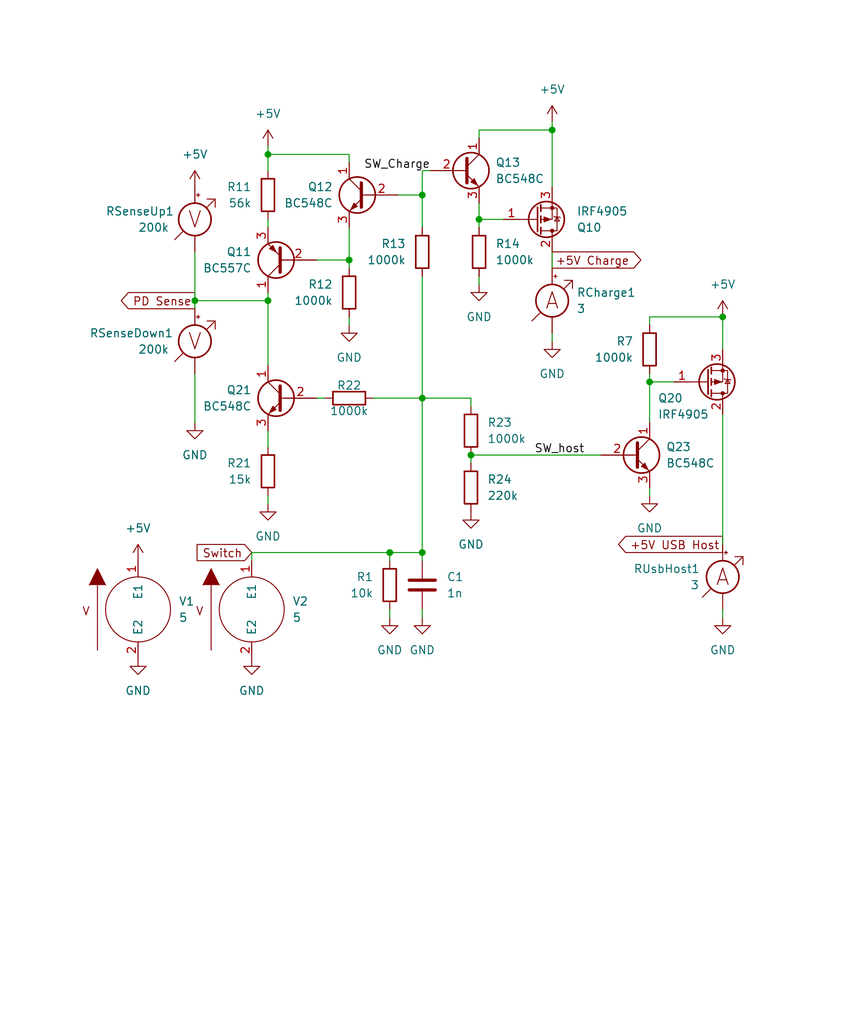
<source format=kicad_sch>
(kicad_sch (version 20211123) (generator eeschema)
  (paper "User" 132.004 160.02)
  (title_block (title "USB Host/Charging Switcher"))
  (lib_symbols
    (symbol "Device:Ammeter_DC" (pin_numbers hide) (pin_names (offset 0.0254) hide)
      (property "Reference" "MES" (at -3.302 1.016 0))
      (property "Value" "Ammeter_DC" (at -3.302 -0.762 0))
      (symbol "Ammeter_DC_0_0"
        (polyline (pts (xy -3.175 -3.175) (xy -1.905 -1.905)))
        (polyline (pts (xy 1.905 1.905) (xy 3.175 3.175)))
        (polyline (pts (xy 1.905 3.175) (xy 3.175 3.175) (xy 3.175 1.905)))
        (text "A" (at 0 0 0) (effects (font (size 2.54 2.54))))
      )
      (symbol "Ammeter_DC_0_1"
        (polyline (pts (xy 0.254 3.81) (xy 0.762 3.81)))
        (polyline (pts (xy 0.508 4.064) (xy 0.508 3.556)))
        (circle (center 0 0) (radius 2.54) (stroke (width 0.254)))
      )
      (symbol "Ammeter_DC_1_1"
        (pin passive line (at 0 -5.08 90) (length 2.54) (name "-") (number "1"))
        (pin passive line (at 0 5.08 270) (length 2.54) (name "+") (number "2"))
      )
    )
    (symbol "Device:C" (pin_numbers hide) (pin_names (offset 0.254))
      (property "Reference" "C" (at 0.635 2.54 0))
      (property "Value" "C" (at 0.635 -2.54 0))
      (symbol "C_0_1"
        (polyline (pts (xy -2.032 -0.762) (xy 2.032 -0.762)) (stroke (width 0.508)))
        (polyline (pts (xy -2.032 0.762) (xy 2.032 0.762)) (stroke (width 0.508)))
      )
      (symbol "C_1_1"
        (pin passive line (at 0 3.81 270) (length 2.794) (name "~") (number "1"))
        (pin passive line (at 0 -3.81 90) (length 2.794) (name "~") (number "2"))
      )
    )
    (symbol "Device:R" (pin_numbers hide) (pin_names (offset 0))
      (property "Reference" "R" (at 2.032 0 90))
      (property "Value" "R" (at 0 0 90))
      (symbol "R_0_1"
        (rectangle (start -1.016 -2.54) (end 1.016 2.54) (stroke (width 0.254)))
      )
      (symbol "R_1_1"
        (pin passive line (at 0 3.81 270) (length 1.27) (name "~") (number "1"))
        (pin passive line (at 0 -3.81 90) (length 1.27) (name "~") (number "2"))
      )
    )
    (symbol "Device:Voltmeter_DC" (pin_numbers hide) (pin_names (offset 0.0254) hide)
      (property "Reference" "MES" (at -3.302 1.016 0))
      (property "Value" "Voltmeter_DC" (at -3.302 -0.762 0))
      (symbol "Voltmeter_DC_0_0"
        (polyline (pts (xy -3.175 -3.175) (xy -1.905 -1.905)))
        (polyline (pts (xy 1.905 1.905) (xy 3.175 3.175)))
        (polyline (pts (xy 1.905 3.175) (xy 3.175 3.175) (xy 3.175 1.905)))
        (text "V" (at 0 0 0) (effects (font (size 2.54 2.54))))
      )
      (symbol "Voltmeter_DC_0_1"
        (polyline (pts (xy 0.254 3.81) (xy 0.762 3.81)))
        (polyline (pts (xy 0.508 4.064) (xy 0.508 3.556)))
        (circle (center 0 0) (radius 2.54) (stroke (width 0.254)))
      )
      (symbol "Voltmeter_DC_1_1"
        (pin passive line (at 0 -5.08 90) (length 2.54) (name "-") (number "1"))
        (pin passive line (at 0 5.08 270) (length 2.54) (name "+") (number "2"))
      )
    )
    (symbol "Transistor_BJT:BC546" (pin_names (offset 0) hide)
      (property "Reference" "Q" (at 5.08 1.905 0))
      (property "Value" "BC546" (at 5.08 0 0))
      (symbol "BC546_0_1"
        (polyline (pts (xy 0 0) (xy 0.635 0)))
        (polyline (pts (xy 0.635 0.635) (xy 2.54 2.54)))
        (polyline (pts (xy 0.635 -0.635) (xy 2.54 -2.54) (xy 2.54 -2.54)))
        (polyline (pts (xy 0.635 1.905) (xy 0.635 -1.905) (xy 0.635 -1.905)) (stroke (width 0.508)))
        (polyline (pts (xy 1.27 -1.778) (xy 1.778 -1.27) (xy 2.286 -2.286) (xy 1.27 -1.778) (xy 1.27 -1.778)) (fill (type outline)))
        (circle (center 1.27 0) (radius 2.8194) (stroke (width 0.254)))
      )
      (symbol "BC546_1_1"
        (pin passive line (at 2.54 5.08 270) (length 2.54) (name "C") (number "1"))
        (pin input line (at -5.08 0 0) (length 5.08) (name "B") (number "2"))
        (pin passive line (at 2.54 -5.08 90) (length 2.54) (name "E") (number "3"))
      )
    )
    (symbol "Transistor_BJT:BC557" (pin_names (offset 0) hide)
      (property "Reference" "Q" (at 5.08 1.905 0))
      (property "Value" "BC557" (at 5.08 0 0))
      (symbol "BC557_0_1"
        (polyline (pts (xy 0.635 0.635) (xy 2.54 2.54)))
        (polyline (pts (xy 0.635 -0.635) (xy 2.54 -2.54) (xy 2.54 -2.54)))
        (polyline (pts (xy 0.635 1.905) (xy 0.635 -1.905) (xy 0.635 -1.905)) (stroke (width 0.508)))
        (polyline (pts (xy 2.286 -1.778) (xy 1.778 -2.286) (xy 1.27 -1.27) (xy 2.286 -1.778) (xy 2.286 -1.778)) (fill (type outline)))
        (circle (center 1.27 0) (radius 2.8194) (stroke (width 0.254)))
      )
      (symbol "BC557_1_1"
        (pin passive line (at 2.54 5.08 270) (length 2.54) (name "C") (number "1"))
        (pin input line (at -5.08 0 0) (length 5.715) (name "B") (number "2"))
        (pin passive line (at 2.54 -5.08 90) (length 2.54) (name "E") (number "3"))
      )
    )
    (symbol "Transistor_FET:IRF4905" (pin_names hide)
      (property "Reference" "Q" (at 5.08 1.905 0))
      (property "Value" "IRF4905" (at 5.08 0 0))
      (symbol "IRF4905_0_1"
        (polyline (pts (xy 0.254 0) (xy -2.54 0)))
        (polyline (pts (xy 0.254 1.905) (xy 0.254 -1.905)) (stroke (width 0.254)))
        (polyline (pts (xy 0.762 -1.27) (xy 0.762 -2.286)) (stroke (width 0.254)))
        (polyline (pts (xy 0.762 0.508) (xy 0.762 -0.508)) (stroke (width 0.254)))
        (polyline (pts (xy 0.762 2.286) (xy 0.762 1.27)) (stroke (width 0.254)))
        (polyline (pts (xy 2.54 2.54) (xy 2.54 1.778)))
        (polyline (pts (xy 2.54 -2.54) (xy 2.54 0) (xy 0.762 0)))
        (polyline (pts (xy 0.762 1.778) (xy 3.302 1.778) (xy 3.302 -1.778) (xy 0.762 -1.778)))
        (polyline (pts (xy 2.286 0) (xy 1.27 0.381) (xy 1.27 -0.381) (xy 2.286 0)) (fill (type outline)))
        (polyline (pts (xy 2.794 -0.508) (xy 2.921 -0.381) (xy 3.683 -0.381) (xy 3.81 -0.254)))
        (polyline (pts (xy 3.302 -0.381) (xy 2.921 0.254) (xy 3.683 0.254) (xy 3.302 -0.381)))
        (circle (center 1.651 0) (radius 2.794) (stroke (width 0.254)))
        (circle (center 2.54 -1.778) (radius 0.254) (fill (type outline)))
        (circle (center 2.54 1.778) (radius 0.254) (fill (type outline)))
      )
      (symbol "IRF4905_1_1"
        (pin input line (at -5.08 0 0) (length 2.54) (name "G") (number "1"))
        (pin passive line (at 2.54 5.08 270) (length 2.54) (name "D") (number "2"))
        (pin passive line (at 2.54 -5.08 90) (length 2.54) (name "S") (number "3"))
      )
    )
    (symbol "power:+5V" (power) (pin_names (offset 0))
      (property "Value" "+5V" (at 0 3.556 0))
      (symbol "+5V_0_1"
        (polyline (pts (xy -0.762 1.27) (xy 0 2.54)))
        (polyline (pts (xy 0 0) (xy 0 2.54)))
        (polyline (pts (xy 0 2.54) (xy 0.762 1.27)))
      )
      (symbol "+5V_1_1"
        (pin power_in line (at 0 0 90) (length 0) hide (name "+5V") (number "1"))
      )
    )
    (symbol "power:GND" (power) (pin_names (offset 0))
      (property "Value" "GND" (at 0 -3.81 0))
      (symbol "GND_0_1"
        (polyline (pts (xy 0 0) (xy 0 -1.27) (xy 1.27 -1.27) (xy 0 -2.54) (xy -1.27 -1.27) (xy 0 -1.27)))
      )
      (symbol "GND_1_1"
        (pin power_in line (at 0 0 270) (length 0) hide (name "GND") (number "1"))
      )
    )
    (symbol "pspice:VSOURCE" (pin_names (offset 1.016))
      (property "Reference" "V" (at -6.35 7.62 0))
      (property "Value" "VSOURCE" (at 0 0 0))
      (symbol "VSOURCE_0_1"
        (polyline (pts (xy -6.35 -6.35) (xy -6.35 3.81)) (fill (type outline)))
        (polyline (pts (xy -7.62 3.81) (xy -6.35 6.35) (xy -5.08 3.81)) (fill (type outline)))
        (circle (center 0 0) (radius 5.08))
        (text "V" (at -8.128 -0.254 0) (effects (font (size 1.27 1.27))))
      )
      (symbol "VSOURCE_1_1"
        (pin input line (at 0 7.62 270) (length 2.54) (name "E1") (number "1"))
        (pin input line (at 0 -7.62 90) (length 2.54) (name "E2") (number "2"))
      )
    )
  )
  (junction (at 66.04 86.36))
  (junction (at 66.04 30.48))
  (junction (at 30.48 46.99))
  (junction (at 66.04 62.23))
  (junction (at 113.03 49.53))
  (junction (at 74.93 34.29))
  (junction (at 41.91 46.99))
  (junction (at 101.6 59.69))
  (junction (at 73.66 71.12))
  (junction (at 60.96 86.36))
  (junction (at 54.61 40.64))
  (junction (at 41.91 24.13))
  (junction (at 86.36 20.32))
  (wire (pts (xy 41.91 45.72) (xy 41.91 46.99)))
  (wire (pts (xy 74.93 44.45) (xy 74.93 43.18)))
  (wire (pts (xy 74.93 20.32) (xy 86.36 20.32)))
  (wire (pts (xy 41.91 34.29) (xy 41.91 35.56)))
  (wire (pts (xy 41.91 69.85) (xy 41.91 67.31)))
  (wire (pts (xy 39.37 86.36) (xy 60.96 86.36)))
  (wire (pts (xy 73.66 72.39) (xy 73.66 71.12)))
  (wire (pts (xy 86.36 19.05) (xy 86.36 20.32)))
  (wire (pts (xy 74.93 20.32) (xy 74.93 21.59)))
  (wire (pts (xy 66.04 30.48) (xy 66.04 35.56)))
  (wire (pts (xy 54.61 24.13) (xy 54.61 25.4)))
  (wire (pts (xy 78.74 34.29) (xy 74.93 34.29)))
  (wire (pts (xy 54.61 35.56) (xy 54.61 40.64)))
  (wire (pts (xy 101.6 59.69) (xy 101.6 66.04)))
  (wire (pts (xy 101.6 76.2) (xy 101.6 77.47)))
  (wire (pts (xy 101.6 59.69) (xy 105.41 59.69)))
  (wire (pts (xy 74.93 34.29) (xy 74.93 35.56)))
  (wire (pts (xy 113.03 95.25) (xy 113.03 96.52)))
  (wire (pts (xy 73.66 71.12) (xy 93.98 71.12)))
  (wire (pts (xy 39.37 87.63) (xy 39.37 86.36)))
  (wire (pts (xy 86.36 20.32) (xy 86.36 29.21)))
  (wire (pts (xy 74.93 31.75) (xy 74.93 34.29)))
  (wire (pts (xy 66.04 26.67) (xy 67.31 26.67)))
  (wire (pts (xy 49.53 62.23) (xy 50.8 62.23)))
  (wire (pts (xy 30.48 39.37) (xy 30.48 46.99)))
  (wire (pts (xy 113.03 64.77) (xy 113.03 85.09)))
  (wire (pts (xy 73.66 62.23) (xy 73.66 63.5)))
  (wire (pts (xy 41.91 78.74) (xy 41.91 77.47)))
  (wire (pts (xy 41.91 24.13) (xy 41.91 26.67)))
  (wire (pts (xy 62.23 30.48) (xy 66.04 30.48)))
  (wire (pts (xy 73.66 62.23) (xy 66.04 62.23)))
  (wire (pts (xy 101.6 58.42) (xy 101.6 59.69)))
  (wire (pts (xy 66.04 26.67) (xy 66.04 30.48)))
  (wire (pts (xy 30.48 66.04) (xy 30.48 58.42)))
  (wire (pts (xy 54.61 40.64) (xy 54.61 41.91)))
  (wire (pts (xy 41.91 24.13) (xy 54.61 24.13)))
  (wire (pts (xy 41.91 22.86) (xy 41.91 24.13)))
  (wire (pts (xy 30.48 46.99) (xy 30.48 48.26)))
  (wire (pts (xy 66.04 62.23) (xy 66.04 86.36)))
  (wire (pts (xy 54.61 40.64) (xy 49.53 40.64)))
  (wire (pts (xy 113.03 49.53) (xy 101.6 49.53)))
  (wire (pts (xy 60.96 95.25) (xy 60.96 96.52)))
  (wire (pts (xy 54.61 50.8) (xy 54.61 49.53)))
  (wire (pts (xy 41.91 46.99) (xy 41.91 57.15)))
  (wire (pts (xy 66.04 86.36) (xy 66.04 87.63)))
  (wire (pts (xy 86.36 39.37) (xy 86.36 41.91)))
  (wire (pts (xy 30.48 46.99) (xy 41.91 46.99)))
  (wire (pts (xy 86.36 52.07) (xy 86.36 53.34)))
  (wire (pts (xy 101.6 49.53) (xy 101.6 50.8)))
  (wire (pts (xy 60.96 86.36) (xy 60.96 87.63)))
  (wire (pts (xy 66.04 43.18) (xy 66.04 62.23)))
  (wire (pts (xy 60.96 86.36) (xy 66.04 86.36)))
  (wire (pts (xy 66.04 95.25) (xy 66.04 96.52)))
  (wire (pts (xy 113.03 54.61) (xy 113.03 49.53)))
  (wire (pts (xy 58.42 62.23) (xy 66.04 62.23)))
  (label "SW_Charge" (at 67.31 26.67 180))
  (label "SW_host" (at 91.44 71.12 180))
  (global_label "Switch" (shape input) (at 39.37 86.36 180) (property "Intersheet References" "${INTERSHEET_REFS}" (effects hide)))
  (global_label "PD Sense" (shape output) (at 30.48 46.99 180) (property "Intersheet References" "${INTERSHEET_REFS}" (effects hide)))
  (global_label "+5V Charge" (shape output) (at 86.36 40.64 0) (property "Intersheet References" "${INTERSHEET_REFS}" (effects hide)))
  (global_label "+5V USB Host" (shape output) (at 113.03 85.09 180) (property "Intersheet References" "${INTERSHEET_REFS}" (effects hide)))
  (symbol (lib_id "power:GND") (at 66.04 96.52 0) (unit 1)
    (property "Reference" "#PWR0103" (effects hide))
    (property "Value" "GND" (at 66.04 101.6 0))
  )
  (symbol (lib_id "Transistor_BJT:BC546") (at 72.39 26.67 0) (unit 1)
    (property "Reference" "Q13" (at 77.47 25.3999 0) (effects (justify left)))
    (property "Value" "BC548C" (at 77.47 27.9399 0) (effects (justify left)))
    (property "Footprint" "Package_TO_SOT_THT:TO-92_Inline" (effects hide))
    (property "Datasheet" "https://www.onsemi.com/pub/Collateral/BC550-D.pdf" (effects hide))
    (property "Spice_Primitive" "Q" (effects hide))
    (property "Spice_Model" "BC548C" (effects hide))
    (property "Spice_Netlist_Enabled" "Y" (effects hide))
    (property "Spice_Lib_File" "KiCad-Spice-Library/Models/Transistor/BJT/BJT.lib" (effects hide))
  )
  (symbol (lib_id "power:GND") (at 30.48 66.04 0) (unit 1)
    (property "Reference" "#PWR03" (effects hide))
    (property "Value" "GND" (at 30.48 71.12 0))
  )
  (symbol (lib_id "Device:Voltmeter_DC") (at 30.48 34.29 0) (unit 1)
    (property "Reference" "RSenseUp1" (at 16.51 33.02 0) (effects (justify left)))
    (property "Value" "200k" (at 21.59 35.56 0) (effects (justify left)))
  )
  (symbol (lib_id "power:GND") (at 101.6 77.47 0) (unit 1)
    (property "Reference" "#PWR0105" (effects hide))
    (property "Value" "GND" (at 101.6 82.55 0))
  )
  (symbol (lib_id "Device:R") (at 54.61 62.23 90) (mirror x) (unit 1)
    (property "Reference" "R22" (at 54.61 60.96 90) (effects (justify bottom)))
    (property "Value" "1000k" (at 54.61 63.5 90) (effects (justify top)))
    (property "Footprint" "Resistor_THT:R_Axial_DIN0204_L3.6mm_D1.6mm_P2.54mm_Vertical" (effects hide))
  )
  (symbol (lib_id "Device:R") (at 54.61 45.72 0) (mirror y) (unit 1)
    (property "Reference" "R12" (at 52.07 44.4499 0) (effects (justify left)))
    (property "Value" "1000k" (at 52.07 46.9899 0) (effects (justify left)))
    (property "Footprint" "Resistor_THT:R_Axial_DIN0207_L6.3mm_D2.5mm_P2.54mm_Vertical" (effects hide))
  )
  (symbol (lib_id "Device:Voltmeter_DC") (at 30.48 53.34 0) (unit 1)
    (property "Reference" "RSenseDown1" (at 13.97 52.07 0) (effects (justify left)))
    (property "Value" "200k" (at 21.59 54.61 0) (effects (justify left)))
  )
  (symbol (lib_id "Device:R") (at 60.96 91.44 0) (mirror y) (unit 1)
    (property "Reference" "R1" (at 58.42 90.1699 0) (effects (justify left)))
    (property "Value" "10k" (at 58.42 92.7099 0) (effects (justify left)))
    (property "Footprint" "Resistor_THT:R_Axial_DIN0204_L3.6mm_D1.6mm_P2.54mm_Vertical" (effects hide))
  )
  (symbol (lib_id "Transistor_BJT:BC557") (at 44.45 40.64 180) (unit 1)
    (property "Reference" "Q11" (at 39.37 39.3699 0) (effects (justify left)))
    (property "Value" "BC557C" (at 39.37 41.9099 0) (effects (justify left)))
    (property "Footprint" "Package_TO_SOT_THT:TO-92_Inline" (effects hide))
    (property "Datasheet" "https://www.onsemi.com/pub/Collateral/BC556BTA-D.pdf" (effects hide))
    (property "Spice_Primitive" "Q" (effects hide))
    (property "Spice_Model" "BC557C" (effects hide))
    (property "Spice_Netlist_Enabled" "Y" (effects hide))
    (property "Spice_Lib_File" "KiCad-Spice-Library/Models/Transistor/BJT/BJT.lib" (effects hide))
  )
  (symbol (lib_id "power:GND") (at 113.03 96.52 0) (unit 1)
    (property "Reference" "#PWR06" (effects hide))
    (property "Value" "GND" (at 113.03 101.6 0))
  )
  (symbol (lib_id "Transistor_BJT:BC546") (at 99.06 71.12 0) (unit 1)
    (property "Reference" "Q23" (at 104.14 69.85 0) (effects (justify left)))
    (property "Value" "BC548C" (at 104.14 72.39 0) (effects (justify left)))
    (property "Footprint" "Package_TO_SOT_THT:TO-92_Inline" (effects hide))
    (property "Datasheet" "https://www.onsemi.com/pub/Collateral/BC550-D.pdf" (effects hide))
    (property "Spice_Primitive" "Q" (effects hide))
    (property "Spice_Model" "BC548C" (effects hide))
    (property "Spice_Netlist_Enabled" "Y" (effects hide))
    (property "Spice_Lib_File" "KiCad-Spice-Library/Models/Transistor/BJT/BJT.lib" (effects hide))
  )
  (symbol (lib_id "power:+5V") (at 113.03 49.53 0) (unit 1)
    (property "Reference" "#PWR0108" (effects hide))
    (property "Value" "+5V" (at 113.03 44.45 0))
  )
  (symbol (lib_id "Transistor_BJT:BC546") (at 57.15 30.48 0) (mirror y) (unit 1)
    (property "Reference" "Q12" (at 52.07 29.2099 0) (effects (justify left)))
    (property "Value" "BC548C" (at 52.07 31.7499 0) (effects (justify left)))
    (property "Footprint" "Package_TO_SOT_THT:TO-92_Inline" (effects hide))
    (property "Datasheet" "https://www.onsemi.com/pub/Collateral/BC550-D.pdf" (effects hide))
    (property "Spice_Primitive" "Q" (effects hide))
    (property "Spice_Model" "BC548C" (effects hide))
    (property "Spice_Netlist_Enabled" "Y" (effects hide))
    (property "Spice_Lib_File" "KiCad-Spice-Library/Models/Transistor/BJT/BJT.lib" (effects hide))
  )
  (symbol (lib_id "pspice:VSOURCE") (at 39.37 95.25 0) (unit 1)
    (property "Reference" "V2" (at 45.72 93.9799 0) (effects (justify left)))
    (property "Value" "12V" (at 45.72 96.5199 0) (effects (justify left)))
    (property "Spice_Primitive" "V" (effects hide))
    (property "Spice_Model" "dc 5" (effects hide))
    (property "Spice_Netlist_Enabled" "Y" (effects hide))
  )
  (symbol (lib_id "power:GND") (at 60.96 96.52 0) (unit 1)
    (property "Reference" "#PWR0106" (effects hide))
    (property "Value" "GND" (at 60.96 101.6 0))
  )
  (symbol (lib_id "power:+5V") (at 30.48 29.21 0) (unit 1)
    (property "Reference" "#PWR02" (effects hide))
    (property "Value" "+5V" (at 30.48 24.13 0))
  )
  (symbol (lib_id "Device:R") (at 74.93 39.37 0) (unit 1)
    (property "Reference" "R14" (at 77.47 38.0999 0) (effects (justify left)))
    (property "Value" "1000k" (at 77.47 40.6399 0) (effects (justify left)))
    (property "Footprint" "Resistor_THT:R_Axial_DIN0204_L3.6mm_D1.6mm_P2.54mm_Vertical" (effects hide))
  )
  (symbol (lib_id "power:GND") (at 41.91 78.74 0) (mirror y) (unit 1)
    (property "Reference" "#PWR0107" (effects hide))
    (property "Value" "GND" (at 41.91 83.82 0))
  )
  (symbol (lib_id "Device:R") (at 41.91 73.66 0) (mirror y) (unit 1)
    (property "Reference" "R21" (at 39.37 72.3899 0) (effects (justify left)))
    (property "Value" "15k" (at 39.37 74.9299 0) (effects (justify left)))
    (property "Footprint" "Resistor_THT:R_Axial_DIN0204_L3.6mm_D1.6mm_P2.54mm_Vertical" (effects hide))
  )
  (symbol (lib_id "Device:R") (at 66.04 39.37 0) (mirror y) (unit 1)
    (property "Reference" "R13" (at 63.5 38.0999 0) (effects (justify left)))
    (property "Value" "1000k" (at 63.5 40.6399 0) (effects (justify left)))
    (property "Footprint" "Resistor_THT:R_Axial_DIN0204_L3.6mm_D1.6mm_P7.62mm_Horizontal" (effects hide))
  )
  (symbol (lib_id "power:GND") (at 73.66 80.01 0) (unit 1)
    (property "Reference" "#PWR0112" (effects hide))
    (property "Value" "GND" (at 73.66 85.09 0))
  )
  (symbol (lib_id "power:GND") (at 74.93 44.45 0) (unit 1)
    (property "Reference" "#PWR0101" (effects hide))
    (property "Value" "GND" (at 74.93 49.53 0))
  )
  (symbol (lib_id "Device:R") (at 101.6 54.61 0) (unit 1)
    (property "Reference" "R7" (at 99.06 53.34 0) (effects (justify right)))
    (property "Value" "1000k" (at 99.06 55.88 0) (effects (justify right)))
    (property "Footprint" "Resistor_THT:R_Axial_DIN0204_L3.6mm_D1.6mm_P5.08mm_Horizontal" (effects hide))
  )
  (symbol (lib_id "power:GND") (at 86.36 53.34 0) (unit 1)
    (property "Reference" "#PWR05" (effects hide))
    (property "Value" "GND" (at 86.36 58.42 0))
  )
  (symbol (lib_id "Device:R") (at 73.66 67.31 0) (mirror y) (unit 1)
    (property "Reference" "R23" (at 76.2 66.04 0) (effects (justify right)))
    (property "Value" "1000k" (at 76.2 68.58 0) (effects (justify right)))
    (property "Footprint" "Resistor_THT:R_Axial_DIN0204_L3.6mm_D1.6mm_P7.62mm_Horizontal" (effects hide))
  )
  (symbol (lib_id "pspice:VSOURCE") (at 21.59 95.25 0) (unit 1)
    (property "Reference" "V1" (at 27.94 93.9799 0) (effects (justify left)))
    (property "Value" "5V" (at 27.94 96.5199 0) (effects (justify left)))
    (property "Spice_Primitive" "V" (effects hide))
    (property "Spice_Model" "dc 5" (effects hide))
    (property "Spice_Netlist_Enabled" "Y" (effects hide))
  )
  (symbol (lib_id "power:+5V") (at 86.36 19.05 0) (unit 1)
    (property "Reference" "#PWR0102" (effects hide))
    (property "Value" "+5V" (at 86.36 13.97 0))
  )
  (symbol (lib_id "Device:C") (at 66.04 91.44 0) (unit 1)
    (property "Reference" "C1" (at 69.85 90.1699 0) (effects (justify left)))
    (property "Value" "1n" (at 69.85 92.7099 0) (effects (justify left)))
    (property "Footprint" "Capacitor_THT:C_Disc_D4.3mm_W1.9mm_P5.00mm" (effects hide))
  )
  (symbol (lib_id "Device:R") (at 41.91 30.48 0) (mirror y) (unit 1)
    (property "Reference" "R11" (at 39.37 29.2099 0) (effects (justify left)))
    (property "Value" "56k" (at 39.37 31.7499 0) (effects (justify left)))
    (property "Footprint" "Resistor_THT:R_Axial_DIN0204_L3.6mm_D1.6mm_P7.62mm_Horizontal" (effects hide))
  )
  (symbol (lib_id "Device:Ammeter_DC") (at 113.03 90.17 0) (unit 1)
    (property "Reference" "RUsbHost1" (at 99.06 88.9 0) (effects (justify left)))
    (property "Value" "3" (at 107.95 91.44 0) (effects (justify left)))
  )
  (symbol (lib_id "Transistor_FET:IRF4905") (at 110.49 59.69 0) (mirror x) (unit 1)
    (property "Reference" "Q20" (at 102.87 62.23 0) (effects (justify left)))
    (property "Value" "IRF4905" (at 102.87 64.77 0) (effects (justify left)))
    (property "Footprint" "Package_TO_SOT_THT:TO-220-3_Vertical" (effects hide))
    (property "Datasheet" "http://www.infineon.com/dgdl/irf4905.pdf?fileId=5546d462533600a4015355e32165197c" (effects hide))
    (property "Spice_Primitive" "X" (effects hide))
    (property "Spice_Model" "irf4905_IR" (effects hide))
    (property "Spice_Netlist_Enabled" "Y" (effects hide))
    (property "Spice_Lib_File" "KiCad-Spice-Library/Models/uncategorized/spice_complete/irf.lib" (effects hide))
    (property "Spice_Node_Sequence" "2 1 3" (effects hide))
  )
  (symbol (lib_id "power:GND") (at 39.37 102.87 0) (unit 1)
    (property "Reference" "#PWR04" (effects hide))
    (property "Value" "GND" (at 39.37 107.95 0))
  )
  (symbol (lib_id "power:+5V") (at 21.59 87.63 0) (unit 1)
    (property "Reference" "#PWR0110" (effects hide))
    (property "Value" "+5V" (at 21.59 82.55 0))
  )
  (symbol (lib_id "Device:Ammeter_DC") (at 86.36 46.99 0) (unit 1)
    (property "Reference" "RCharge1" (at 90.17 45.72 0) (effects (justify left)))
    (property "Value" "3" (at 90.17 48.26 0) (effects (justify left)))
  )
  (symbol (lib_id "power:GND") (at 21.59 102.87 0) (mirror y) (unit 1)
    (property "Reference" "#PWR0109" (effects hide))
    (property "Value" "GND" (at 21.59 107.95 0))
  )
  (symbol (lib_id "Transistor_BJT:BC546") (at 44.45 62.23 0) (mirror y) (unit 1)
    (property "Reference" "Q21" (at 39.37 60.9599 0) (effects (justify left)))
    (property "Value" "BC548C" (at 39.37 63.4999 0) (effects (justify left)))
    (property "Footprint" "Package_TO_SOT_THT:TO-92_Inline" (effects hide))
    (property "Datasheet" "https://www.onsemi.com/pub/Collateral/BC550-D.pdf" (effects hide))
    (property "Spice_Primitive" "Q" (effects hide))
    (property "Spice_Model" "BC548C" (effects hide))
    (property "Spice_Netlist_Enabled" "Y" (effects hide))
    (property "Spice_Lib_File" "KiCad-Spice-Library/Models/Transistor/BJT/BJT.lib" (effects hide))
  )
  (symbol (lib_id "power:GND") (at 54.61 50.8 0) (mirror y) (unit 1)
    (property "Reference" "#PWR0104" (effects hide))
    (property "Value" "GND" (at 54.61 55.88 0))
  )
  (symbol (lib_id "Device:R") (at 73.66 76.2 0) (unit 1)
    (property "Reference" "R24" (at 76.2 74.9299 0) (effects (justify left)))
    (property "Value" "220k" (at 76.2 77.4699 0) (effects (justify left)))
    (property "Footprint" "Resistor_THT:R_Axial_DIN0204_L3.6mm_D1.6mm_P2.54mm_Vertical" (effects hide))
  )
  (symbol (lib_id "Transistor_FET:IRF4905") (at 83.82 34.29 0) (mirror x) (unit 1)
    (property "Reference" "Q10" (at 90.17 35.5601 0) (effects (justify left)))
    (property "Value" "IRF4905" (at 90.17 33.0201 0) (effects (justify left)))
    (property "Footprint" "Package_TO_SOT_THT:TO-220-3_Vertical" (effects hide))
    (property "Datasheet" "http://www.infineon.com/dgdl/irf4905.pdf?fileId=5546d462533600a4015355e32165197c" (effects hide))
    (property "Spice_Primitive" "X" (effects hide))
    (property "Spice_Model" "irf4905_IR" (effects hide))
    (property "Spice_Netlist_Enabled" "Y" (effects hide))
    (property "Spice_Lib_File" "KiCad-Spice-Library/Models/uncategorized/spice_complete/irf.lib" (effects hide))
    (property "Spice_Node_Sequence" "2 1 3" (effects hide))
  )
  (symbol (lib_id "power:+5V") (at 41.91 22.86 0) (unit 1)
    (property "Reference" "#PWR0111" (effects hide))
    (property "Value" "+5V" (at 41.91 17.78 0))
  )
)
</source>
